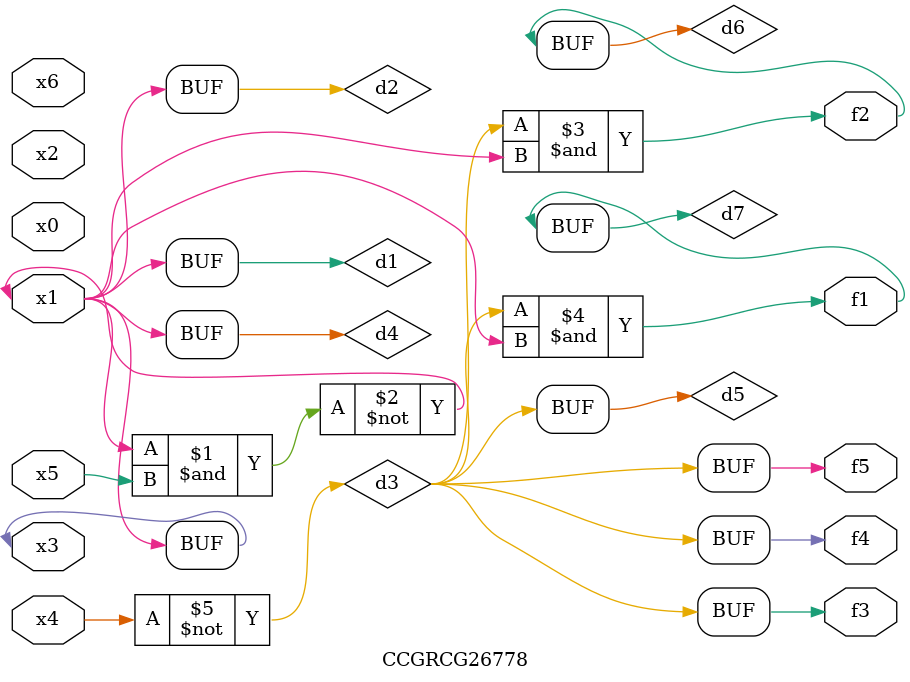
<source format=v>
module CCGRCG26778(
	input x0, x1, x2, x3, x4, x5, x6,
	output f1, f2, f3, f4, f5
);

	wire d1, d2, d3, d4, d5, d6, d7;

	buf (d1, x1, x3);
	nand (d2, x1, x5);
	not (d3, x4);
	buf (d4, d1, d2);
	buf (d5, d3);
	and (d6, d3, d4);
	and (d7, d3, d4);
	assign f1 = d7;
	assign f2 = d6;
	assign f3 = d5;
	assign f4 = d5;
	assign f5 = d5;
endmodule

</source>
